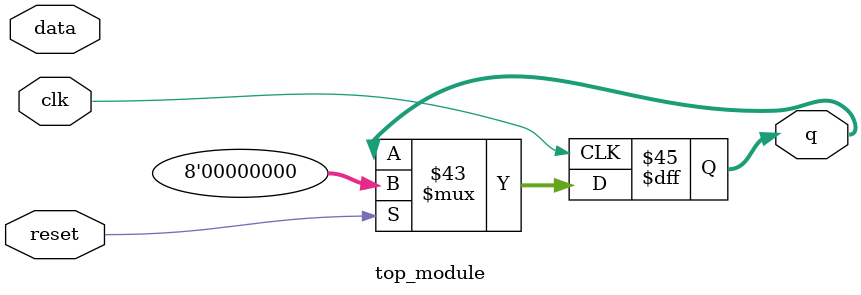
<source format=v>
module top_module(
    input clk,
    input reset,
    input [7:0] data,
    output reg [7:0] q
);

reg [7:0] shift_reg [0:7];
reg [2:0] index;

always @(posedge clk) begin
    if (reset) begin
        index <= 0;
        q <= 0;
    end else begin
        shift_reg[index] <= data;
        index <= index + 1;
        if (index == 8) begin
            index <= 0;
            q <= shift_reg[0] + shift_reg[1] + shift_reg[2] + shift_reg[3] + shift_reg[4] + shift_reg[5] + shift_reg[6] + shift_reg[7];
        end
    end
end

endmodule
</source>
